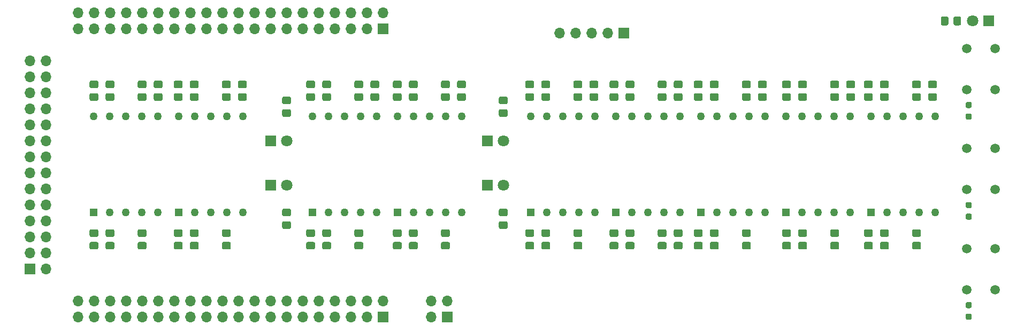
<source format=gbr>
%TF.GenerationSoftware,KiCad,Pcbnew,(5.1.9)-1*%
%TF.CreationDate,2021-02-03T14:21:07-06:00*%
%TF.ProjectId,GPS_Clock_Ver2,4750535f-436c-46f6-936b-5f566572322e,rev?*%
%TF.SameCoordinates,Original*%
%TF.FileFunction,Soldermask,Top*%
%TF.FilePolarity,Negative*%
%FSLAX46Y46*%
G04 Gerber Fmt 4.6, Leading zero omitted, Abs format (unit mm)*
G04 Created by KiCad (PCBNEW (5.1.9)-1) date 2021-02-03 14:21:07*
%MOMM*%
%LPD*%
G01*
G04 APERTURE LIST*
%ADD10R,1.700000X1.700000*%
%ADD11O,1.700000X1.700000*%
%ADD12C,1.275000*%
%ADD13R,1.275000X1.275000*%
%ADD14C,1.800000*%
%ADD15R,1.800000X1.800000*%
%ADD16C,1.500000*%
G04 APERTURE END LIST*
D10*
%TO.C,J3*%
X110490000Y-92710000D03*
D11*
X113030000Y-92710000D03*
X110490000Y-90170000D03*
X113030000Y-90170000D03*
X110490000Y-87630000D03*
X113030000Y-87630000D03*
X110490000Y-85090000D03*
X113030000Y-85090000D03*
X110490000Y-82550000D03*
X113030000Y-82550000D03*
X110490000Y-80010000D03*
X113030000Y-80010000D03*
X110490000Y-77470000D03*
X113030000Y-77470000D03*
X110490000Y-74930000D03*
X113030000Y-74930000D03*
X110490000Y-72390000D03*
X113030000Y-72390000D03*
X110490000Y-69850000D03*
X113030000Y-69850000D03*
X110490000Y-67310000D03*
X113030000Y-67310000D03*
X110490000Y-64770000D03*
X113030000Y-64770000D03*
X110490000Y-62230000D03*
X113030000Y-62230000D03*
X110490000Y-59690000D03*
X113030000Y-59690000D03*
%TD*%
D12*
%TO.C,DS1*%
X120606001Y-68463001D03*
X123146001Y-68463001D03*
X125686001Y-68463001D03*
X128226001Y-68463001D03*
X130766001Y-68463001D03*
X130766001Y-83703001D03*
X128226001Y-83703001D03*
X125686001Y-83703001D03*
X123146001Y-83703001D03*
D13*
X120606001Y-83703001D03*
%TD*%
%TO.C,DS2*%
X134071001Y-83703001D03*
D12*
X136611001Y-83703001D03*
X139151001Y-83703001D03*
X141691001Y-83703001D03*
X144231001Y-83703001D03*
X144231001Y-68463001D03*
X141691001Y-68463001D03*
X139151001Y-68463001D03*
X136611001Y-68463001D03*
X134071001Y-68463001D03*
%TD*%
%TO.C,DS3*%
X155194000Y-68453000D03*
X157734000Y-68453000D03*
X160274000Y-68453000D03*
X162814000Y-68453000D03*
X165354000Y-68453000D03*
X165354000Y-83693000D03*
X162814000Y-83693000D03*
X160274000Y-83693000D03*
X157734000Y-83693000D03*
D13*
X155194000Y-83693000D03*
%TD*%
%TO.C,DS4*%
X168656000Y-83693000D03*
D12*
X171196000Y-83693000D03*
X173736000Y-83693000D03*
X176276000Y-83693000D03*
X178816000Y-83693000D03*
X178816000Y-68453000D03*
X176276000Y-68453000D03*
X173736000Y-68453000D03*
X171196000Y-68453000D03*
X168656000Y-68453000D03*
%TD*%
%TO.C,DS5*%
X189738000Y-68453000D03*
X192278000Y-68453000D03*
X194818000Y-68453000D03*
X197358000Y-68453000D03*
X199898000Y-68453000D03*
X199898000Y-83693000D03*
X197358000Y-83693000D03*
X194818000Y-83693000D03*
X192278000Y-83693000D03*
D13*
X189738000Y-83693000D03*
%TD*%
%TO.C,DS6*%
X203200000Y-83693000D03*
D12*
X205740000Y-83693000D03*
X208280000Y-83693000D03*
X210820000Y-83693000D03*
X213360000Y-83693000D03*
X213360000Y-68453000D03*
X210820000Y-68453000D03*
X208280000Y-68453000D03*
X205740000Y-68453000D03*
X203200000Y-68453000D03*
%TD*%
%TO.C,DS7*%
X216662000Y-68453000D03*
X219202000Y-68453000D03*
X221742000Y-68453000D03*
X224282000Y-68453000D03*
X226822000Y-68453000D03*
X226822000Y-83693000D03*
X224282000Y-83693000D03*
X221742000Y-83693000D03*
X219202000Y-83693000D03*
D13*
X216662000Y-83693000D03*
%TD*%
%TO.C,DS8*%
X230124000Y-83693000D03*
D12*
X232664000Y-83693000D03*
X235204000Y-83693000D03*
X237744000Y-83693000D03*
X240284000Y-83693000D03*
X240284000Y-68453000D03*
X237744000Y-68453000D03*
X235204000Y-68453000D03*
X232664000Y-68453000D03*
X230124000Y-68453000D03*
%TD*%
%TO.C,DS9*%
X243586000Y-68453000D03*
X246126000Y-68453000D03*
X248666000Y-68453000D03*
X251206000Y-68453000D03*
X253746000Y-68453000D03*
X253746000Y-83693000D03*
X251206000Y-83693000D03*
X248666000Y-83693000D03*
X246126000Y-83693000D03*
D13*
X243586000Y-83693000D03*
%TD*%
D10*
%TO.C,J1*%
X176530000Y-100330000D03*
D11*
X176530000Y-97790000D03*
X173990000Y-100330000D03*
X173990000Y-97790000D03*
%TD*%
D10*
%TO.C,J2*%
X166370000Y-54610000D03*
D11*
X166370000Y-52070000D03*
X163830000Y-54610000D03*
X163830000Y-52070000D03*
X161290000Y-54610000D03*
X161290000Y-52070000D03*
X158750000Y-54610000D03*
X158750000Y-52070000D03*
X156210000Y-54610000D03*
X156210000Y-52070000D03*
X153670000Y-54610000D03*
X153670000Y-52070000D03*
X151130000Y-54610000D03*
X151130000Y-52070000D03*
X148590000Y-54610000D03*
X148590000Y-52070000D03*
X146050000Y-54610000D03*
X146050000Y-52070000D03*
X143510000Y-54610000D03*
X143510000Y-52070000D03*
X140970000Y-54610000D03*
X140970000Y-52070000D03*
X138430000Y-54610000D03*
X138430000Y-52070000D03*
X135890000Y-54610000D03*
X135890000Y-52070000D03*
X133350000Y-54610000D03*
X133350000Y-52070000D03*
X130810000Y-54610000D03*
X130810000Y-52070000D03*
X128270000Y-54610000D03*
X128270000Y-52070000D03*
X125730000Y-54610000D03*
X125730000Y-52070000D03*
X123190000Y-54610000D03*
X123190000Y-52070000D03*
X120650000Y-54610000D03*
X120650000Y-52070000D03*
X118110000Y-54610000D03*
X118110000Y-52070000D03*
%TD*%
%TO.C,J4*%
X118110000Y-97790000D03*
X118110000Y-100330000D03*
X120650000Y-97790000D03*
X120650000Y-100330000D03*
X123190000Y-97790000D03*
X123190000Y-100330000D03*
X125730000Y-97790000D03*
X125730000Y-100330000D03*
X128270000Y-97790000D03*
X128270000Y-100330000D03*
X130810000Y-97790000D03*
X130810000Y-100330000D03*
X133350000Y-97790000D03*
X133350000Y-100330000D03*
X135890000Y-97790000D03*
X135890000Y-100330000D03*
X138430000Y-97790000D03*
X138430000Y-100330000D03*
X140970000Y-97790000D03*
X140970000Y-100330000D03*
X143510000Y-97790000D03*
X143510000Y-100330000D03*
X146050000Y-97790000D03*
X146050000Y-100330000D03*
X148590000Y-97790000D03*
X148590000Y-100330000D03*
X151130000Y-97790000D03*
X151130000Y-100330000D03*
X153670000Y-97790000D03*
X153670000Y-100330000D03*
X156210000Y-97790000D03*
X156210000Y-100330000D03*
X158750000Y-97790000D03*
X158750000Y-100330000D03*
X161290000Y-97790000D03*
X161290000Y-100330000D03*
X163830000Y-97790000D03*
X163830000Y-100330000D03*
X166370000Y-97790000D03*
D10*
X166370000Y-100330000D03*
%TD*%
D14*
%TO.C,D1*%
X151130000Y-72390000D03*
D15*
X148590000Y-72390000D03*
%TD*%
%TO.C,D2*%
X148590000Y-79375000D03*
D14*
X151130000Y-79375000D03*
%TD*%
%TO.C,D3*%
X185420000Y-72390000D03*
D15*
X182880000Y-72390000D03*
%TD*%
%TO.C,D4*%
X182880000Y-79375000D03*
D14*
X185420000Y-79375000D03*
%TD*%
%TO.C,R1*%
G36*
G01*
X120199999Y-64805000D02*
X121100001Y-64805000D01*
G75*
G02*
X121350000Y-65054999I0J-249999D01*
G01*
X121350000Y-65755001D01*
G75*
G02*
X121100001Y-66005000I-249999J0D01*
G01*
X120199999Y-66005000D01*
G75*
G02*
X119950000Y-65755001I0J249999D01*
G01*
X119950000Y-65054999D01*
G75*
G02*
X120199999Y-64805000I249999J0D01*
G01*
G37*
G36*
G01*
X120199999Y-62805000D02*
X121100001Y-62805000D01*
G75*
G02*
X121350000Y-63054999I0J-249999D01*
G01*
X121350000Y-63755001D01*
G75*
G02*
X121100001Y-64005000I-249999J0D01*
G01*
X120199999Y-64005000D01*
G75*
G02*
X119950000Y-63755001I0J249999D01*
G01*
X119950000Y-63054999D01*
G75*
G02*
X120199999Y-62805000I249999J0D01*
G01*
G37*
%TD*%
%TO.C,R2*%
G36*
G01*
X120199999Y-86395000D02*
X121100001Y-86395000D01*
G75*
G02*
X121350000Y-86644999I0J-249999D01*
G01*
X121350000Y-87345001D01*
G75*
G02*
X121100001Y-87595000I-249999J0D01*
G01*
X120199999Y-87595000D01*
G75*
G02*
X119950000Y-87345001I0J249999D01*
G01*
X119950000Y-86644999D01*
G75*
G02*
X120199999Y-86395000I249999J0D01*
G01*
G37*
G36*
G01*
X120199999Y-88395000D02*
X121100001Y-88395000D01*
G75*
G02*
X121350000Y-88644999I0J-249999D01*
G01*
X121350000Y-89345001D01*
G75*
G02*
X121100001Y-89595000I-249999J0D01*
G01*
X120199999Y-89595000D01*
G75*
G02*
X119950000Y-89345001I0J249999D01*
G01*
X119950000Y-88644999D01*
G75*
G02*
X120199999Y-88395000I249999J0D01*
G01*
G37*
%TD*%
%TO.C,R3*%
G36*
G01*
X122739999Y-62805000D02*
X123640001Y-62805000D01*
G75*
G02*
X123890000Y-63054999I0J-249999D01*
G01*
X123890000Y-63755001D01*
G75*
G02*
X123640001Y-64005000I-249999J0D01*
G01*
X122739999Y-64005000D01*
G75*
G02*
X122490000Y-63755001I0J249999D01*
G01*
X122490000Y-63054999D01*
G75*
G02*
X122739999Y-62805000I249999J0D01*
G01*
G37*
G36*
G01*
X122739999Y-64805000D02*
X123640001Y-64805000D01*
G75*
G02*
X123890000Y-65054999I0J-249999D01*
G01*
X123890000Y-65755001D01*
G75*
G02*
X123640001Y-66005000I-249999J0D01*
G01*
X122739999Y-66005000D01*
G75*
G02*
X122490000Y-65755001I0J249999D01*
G01*
X122490000Y-65054999D01*
G75*
G02*
X122739999Y-64805000I249999J0D01*
G01*
G37*
%TD*%
%TO.C,R4*%
G36*
G01*
X122739999Y-88395000D02*
X123640001Y-88395000D01*
G75*
G02*
X123890000Y-88644999I0J-249999D01*
G01*
X123890000Y-89345001D01*
G75*
G02*
X123640001Y-89595000I-249999J0D01*
G01*
X122739999Y-89595000D01*
G75*
G02*
X122490000Y-89345001I0J249999D01*
G01*
X122490000Y-88644999D01*
G75*
G02*
X122739999Y-88395000I249999J0D01*
G01*
G37*
G36*
G01*
X122739999Y-86395000D02*
X123640001Y-86395000D01*
G75*
G02*
X123890000Y-86644999I0J-249999D01*
G01*
X123890000Y-87345001D01*
G75*
G02*
X123640001Y-87595000I-249999J0D01*
G01*
X122739999Y-87595000D01*
G75*
G02*
X122490000Y-87345001I0J249999D01*
G01*
X122490000Y-86644999D01*
G75*
G02*
X122739999Y-86395000I249999J0D01*
G01*
G37*
%TD*%
%TO.C,R5*%
G36*
G01*
X127819999Y-64805000D02*
X128720001Y-64805000D01*
G75*
G02*
X128970000Y-65054999I0J-249999D01*
G01*
X128970000Y-65755001D01*
G75*
G02*
X128720001Y-66005000I-249999J0D01*
G01*
X127819999Y-66005000D01*
G75*
G02*
X127570000Y-65755001I0J249999D01*
G01*
X127570000Y-65054999D01*
G75*
G02*
X127819999Y-64805000I249999J0D01*
G01*
G37*
G36*
G01*
X127819999Y-62805000D02*
X128720001Y-62805000D01*
G75*
G02*
X128970000Y-63054999I0J-249999D01*
G01*
X128970000Y-63755001D01*
G75*
G02*
X128720001Y-64005000I-249999J0D01*
G01*
X127819999Y-64005000D01*
G75*
G02*
X127570000Y-63755001I0J249999D01*
G01*
X127570000Y-63054999D01*
G75*
G02*
X127819999Y-62805000I249999J0D01*
G01*
G37*
%TD*%
%TO.C,R6*%
G36*
G01*
X127819999Y-86395000D02*
X128720001Y-86395000D01*
G75*
G02*
X128970000Y-86644999I0J-249999D01*
G01*
X128970000Y-87345001D01*
G75*
G02*
X128720001Y-87595000I-249999J0D01*
G01*
X127819999Y-87595000D01*
G75*
G02*
X127570000Y-87345001I0J249999D01*
G01*
X127570000Y-86644999D01*
G75*
G02*
X127819999Y-86395000I249999J0D01*
G01*
G37*
G36*
G01*
X127819999Y-88395000D02*
X128720001Y-88395000D01*
G75*
G02*
X128970000Y-88644999I0J-249999D01*
G01*
X128970000Y-89345001D01*
G75*
G02*
X128720001Y-89595000I-249999J0D01*
G01*
X127819999Y-89595000D01*
G75*
G02*
X127570000Y-89345001I0J249999D01*
G01*
X127570000Y-88644999D01*
G75*
G02*
X127819999Y-88395000I249999J0D01*
G01*
G37*
%TD*%
%TO.C,R7*%
G36*
G01*
X130359999Y-62805000D02*
X131260001Y-62805000D01*
G75*
G02*
X131510000Y-63054999I0J-249999D01*
G01*
X131510000Y-63755001D01*
G75*
G02*
X131260001Y-64005000I-249999J0D01*
G01*
X130359999Y-64005000D01*
G75*
G02*
X130110000Y-63755001I0J249999D01*
G01*
X130110000Y-63054999D01*
G75*
G02*
X130359999Y-62805000I249999J0D01*
G01*
G37*
G36*
G01*
X130359999Y-64805000D02*
X131260001Y-64805000D01*
G75*
G02*
X131510000Y-65054999I0J-249999D01*
G01*
X131510000Y-65755001D01*
G75*
G02*
X131260001Y-66005000I-249999J0D01*
G01*
X130359999Y-66005000D01*
G75*
G02*
X130110000Y-65755001I0J249999D01*
G01*
X130110000Y-65054999D01*
G75*
G02*
X130359999Y-64805000I249999J0D01*
G01*
G37*
%TD*%
%TO.C,R8*%
G36*
G01*
X133534999Y-64805000D02*
X134435001Y-64805000D01*
G75*
G02*
X134685000Y-65054999I0J-249999D01*
G01*
X134685000Y-65755001D01*
G75*
G02*
X134435001Y-66005000I-249999J0D01*
G01*
X133534999Y-66005000D01*
G75*
G02*
X133285000Y-65755001I0J249999D01*
G01*
X133285000Y-65054999D01*
G75*
G02*
X133534999Y-64805000I249999J0D01*
G01*
G37*
G36*
G01*
X133534999Y-62805000D02*
X134435001Y-62805000D01*
G75*
G02*
X134685000Y-63054999I0J-249999D01*
G01*
X134685000Y-63755001D01*
G75*
G02*
X134435001Y-64005000I-249999J0D01*
G01*
X133534999Y-64005000D01*
G75*
G02*
X133285000Y-63755001I0J249999D01*
G01*
X133285000Y-63054999D01*
G75*
G02*
X133534999Y-62805000I249999J0D01*
G01*
G37*
%TD*%
%TO.C,R9*%
G36*
G01*
X133534999Y-88395000D02*
X134435001Y-88395000D01*
G75*
G02*
X134685000Y-88644999I0J-249999D01*
G01*
X134685000Y-89345001D01*
G75*
G02*
X134435001Y-89595000I-249999J0D01*
G01*
X133534999Y-89595000D01*
G75*
G02*
X133285000Y-89345001I0J249999D01*
G01*
X133285000Y-88644999D01*
G75*
G02*
X133534999Y-88395000I249999J0D01*
G01*
G37*
G36*
G01*
X133534999Y-86395000D02*
X134435001Y-86395000D01*
G75*
G02*
X134685000Y-86644999I0J-249999D01*
G01*
X134685000Y-87345001D01*
G75*
G02*
X134435001Y-87595000I-249999J0D01*
G01*
X133534999Y-87595000D01*
G75*
G02*
X133285000Y-87345001I0J249999D01*
G01*
X133285000Y-86644999D01*
G75*
G02*
X133534999Y-86395000I249999J0D01*
G01*
G37*
%TD*%
%TO.C,R10*%
G36*
G01*
X136074999Y-62805000D02*
X136975001Y-62805000D01*
G75*
G02*
X137225000Y-63054999I0J-249999D01*
G01*
X137225000Y-63755001D01*
G75*
G02*
X136975001Y-64005000I-249999J0D01*
G01*
X136074999Y-64005000D01*
G75*
G02*
X135825000Y-63755001I0J249999D01*
G01*
X135825000Y-63054999D01*
G75*
G02*
X136074999Y-62805000I249999J0D01*
G01*
G37*
G36*
G01*
X136074999Y-64805000D02*
X136975001Y-64805000D01*
G75*
G02*
X137225000Y-65054999I0J-249999D01*
G01*
X137225000Y-65755001D01*
G75*
G02*
X136975001Y-66005000I-249999J0D01*
G01*
X136074999Y-66005000D01*
G75*
G02*
X135825000Y-65755001I0J249999D01*
G01*
X135825000Y-65054999D01*
G75*
G02*
X136074999Y-64805000I249999J0D01*
G01*
G37*
%TD*%
%TO.C,R11*%
G36*
G01*
X136074999Y-86395000D02*
X136975001Y-86395000D01*
G75*
G02*
X137225000Y-86644999I0J-249999D01*
G01*
X137225000Y-87345001D01*
G75*
G02*
X136975001Y-87595000I-249999J0D01*
G01*
X136074999Y-87595000D01*
G75*
G02*
X135825000Y-87345001I0J249999D01*
G01*
X135825000Y-86644999D01*
G75*
G02*
X136074999Y-86395000I249999J0D01*
G01*
G37*
G36*
G01*
X136074999Y-88395000D02*
X136975001Y-88395000D01*
G75*
G02*
X137225000Y-88644999I0J-249999D01*
G01*
X137225000Y-89345001D01*
G75*
G02*
X136975001Y-89595000I-249999J0D01*
G01*
X136074999Y-89595000D01*
G75*
G02*
X135825000Y-89345001I0J249999D01*
G01*
X135825000Y-88644999D01*
G75*
G02*
X136074999Y-88395000I249999J0D01*
G01*
G37*
%TD*%
%TO.C,R12*%
G36*
G01*
X141154999Y-62805000D02*
X142055001Y-62805000D01*
G75*
G02*
X142305000Y-63054999I0J-249999D01*
G01*
X142305000Y-63755001D01*
G75*
G02*
X142055001Y-64005000I-249999J0D01*
G01*
X141154999Y-64005000D01*
G75*
G02*
X140905000Y-63755001I0J249999D01*
G01*
X140905000Y-63054999D01*
G75*
G02*
X141154999Y-62805000I249999J0D01*
G01*
G37*
G36*
G01*
X141154999Y-64805000D02*
X142055001Y-64805000D01*
G75*
G02*
X142305000Y-65054999I0J-249999D01*
G01*
X142305000Y-65755001D01*
G75*
G02*
X142055001Y-66005000I-249999J0D01*
G01*
X141154999Y-66005000D01*
G75*
G02*
X140905000Y-65755001I0J249999D01*
G01*
X140905000Y-65054999D01*
G75*
G02*
X141154999Y-64805000I249999J0D01*
G01*
G37*
%TD*%
%TO.C,R13*%
G36*
G01*
X141154999Y-88395000D02*
X142055001Y-88395000D01*
G75*
G02*
X142305000Y-88644999I0J-249999D01*
G01*
X142305000Y-89345001D01*
G75*
G02*
X142055001Y-89595000I-249999J0D01*
G01*
X141154999Y-89595000D01*
G75*
G02*
X140905000Y-89345001I0J249999D01*
G01*
X140905000Y-88644999D01*
G75*
G02*
X141154999Y-88395000I249999J0D01*
G01*
G37*
G36*
G01*
X141154999Y-86395000D02*
X142055001Y-86395000D01*
G75*
G02*
X142305000Y-86644999I0J-249999D01*
G01*
X142305000Y-87345001D01*
G75*
G02*
X142055001Y-87595000I-249999J0D01*
G01*
X141154999Y-87595000D01*
G75*
G02*
X140905000Y-87345001I0J249999D01*
G01*
X140905000Y-86644999D01*
G75*
G02*
X141154999Y-86395000I249999J0D01*
G01*
G37*
%TD*%
%TO.C,R14*%
G36*
G01*
X143694999Y-64805000D02*
X144595001Y-64805000D01*
G75*
G02*
X144845000Y-65054999I0J-249999D01*
G01*
X144845000Y-65755001D01*
G75*
G02*
X144595001Y-66005000I-249999J0D01*
G01*
X143694999Y-66005000D01*
G75*
G02*
X143445000Y-65755001I0J249999D01*
G01*
X143445000Y-65054999D01*
G75*
G02*
X143694999Y-64805000I249999J0D01*
G01*
G37*
G36*
G01*
X143694999Y-62805000D02*
X144595001Y-62805000D01*
G75*
G02*
X144845000Y-63054999I0J-249999D01*
G01*
X144845000Y-63755001D01*
G75*
G02*
X144595001Y-64005000I-249999J0D01*
G01*
X143694999Y-64005000D01*
G75*
G02*
X143445000Y-63755001I0J249999D01*
G01*
X143445000Y-63054999D01*
G75*
G02*
X143694999Y-62805000I249999J0D01*
G01*
G37*
%TD*%
%TO.C,R15*%
G36*
G01*
X150679999Y-65345000D02*
X151580001Y-65345000D01*
G75*
G02*
X151830000Y-65594999I0J-249999D01*
G01*
X151830000Y-66295001D01*
G75*
G02*
X151580001Y-66545000I-249999J0D01*
G01*
X150679999Y-66545000D01*
G75*
G02*
X150430000Y-66295001I0J249999D01*
G01*
X150430000Y-65594999D01*
G75*
G02*
X150679999Y-65345000I249999J0D01*
G01*
G37*
G36*
G01*
X150679999Y-67345000D02*
X151580001Y-67345000D01*
G75*
G02*
X151830000Y-67594999I0J-249999D01*
G01*
X151830000Y-68295001D01*
G75*
G02*
X151580001Y-68545000I-249999J0D01*
G01*
X150679999Y-68545000D01*
G75*
G02*
X150430000Y-68295001I0J249999D01*
G01*
X150430000Y-67594999D01*
G75*
G02*
X150679999Y-67345000I249999J0D01*
G01*
G37*
%TD*%
%TO.C,R16*%
G36*
G01*
X151580001Y-84325000D02*
X150679999Y-84325000D01*
G75*
G02*
X150430000Y-84075001I0J249999D01*
G01*
X150430000Y-83374999D01*
G75*
G02*
X150679999Y-83125000I249999J0D01*
G01*
X151580001Y-83125000D01*
G75*
G02*
X151830000Y-83374999I0J-249999D01*
G01*
X151830000Y-84075001D01*
G75*
G02*
X151580001Y-84325000I-249999J0D01*
G01*
G37*
G36*
G01*
X151580001Y-86325000D02*
X150679999Y-86325000D01*
G75*
G02*
X150430000Y-86075001I0J249999D01*
G01*
X150430000Y-85374999D01*
G75*
G02*
X150679999Y-85125000I249999J0D01*
G01*
X151580001Y-85125000D01*
G75*
G02*
X151830000Y-85374999I0J-249999D01*
G01*
X151830000Y-86075001D01*
G75*
G02*
X151580001Y-86325000I-249999J0D01*
G01*
G37*
%TD*%
%TO.C,R17*%
G36*
G01*
X154489999Y-64805000D02*
X155390001Y-64805000D01*
G75*
G02*
X155640000Y-65054999I0J-249999D01*
G01*
X155640000Y-65755001D01*
G75*
G02*
X155390001Y-66005000I-249999J0D01*
G01*
X154489999Y-66005000D01*
G75*
G02*
X154240000Y-65755001I0J249999D01*
G01*
X154240000Y-65054999D01*
G75*
G02*
X154489999Y-64805000I249999J0D01*
G01*
G37*
G36*
G01*
X154489999Y-62805000D02*
X155390001Y-62805000D01*
G75*
G02*
X155640000Y-63054999I0J-249999D01*
G01*
X155640000Y-63755001D01*
G75*
G02*
X155390001Y-64005000I-249999J0D01*
G01*
X154489999Y-64005000D01*
G75*
G02*
X154240000Y-63755001I0J249999D01*
G01*
X154240000Y-63054999D01*
G75*
G02*
X154489999Y-62805000I249999J0D01*
G01*
G37*
%TD*%
%TO.C,R18*%
G36*
G01*
X154489999Y-86395000D02*
X155390001Y-86395000D01*
G75*
G02*
X155640000Y-86644999I0J-249999D01*
G01*
X155640000Y-87345001D01*
G75*
G02*
X155390001Y-87595000I-249999J0D01*
G01*
X154489999Y-87595000D01*
G75*
G02*
X154240000Y-87345001I0J249999D01*
G01*
X154240000Y-86644999D01*
G75*
G02*
X154489999Y-86395000I249999J0D01*
G01*
G37*
G36*
G01*
X154489999Y-88395000D02*
X155390001Y-88395000D01*
G75*
G02*
X155640000Y-88644999I0J-249999D01*
G01*
X155640000Y-89345001D01*
G75*
G02*
X155390001Y-89595000I-249999J0D01*
G01*
X154489999Y-89595000D01*
G75*
G02*
X154240000Y-89345001I0J249999D01*
G01*
X154240000Y-88644999D01*
G75*
G02*
X154489999Y-88395000I249999J0D01*
G01*
G37*
%TD*%
%TO.C,R19*%
G36*
G01*
X157029999Y-62805000D02*
X157930001Y-62805000D01*
G75*
G02*
X158180000Y-63054999I0J-249999D01*
G01*
X158180000Y-63755001D01*
G75*
G02*
X157930001Y-64005000I-249999J0D01*
G01*
X157029999Y-64005000D01*
G75*
G02*
X156780000Y-63755001I0J249999D01*
G01*
X156780000Y-63054999D01*
G75*
G02*
X157029999Y-62805000I249999J0D01*
G01*
G37*
G36*
G01*
X157029999Y-64805000D02*
X157930001Y-64805000D01*
G75*
G02*
X158180000Y-65054999I0J-249999D01*
G01*
X158180000Y-65755001D01*
G75*
G02*
X157930001Y-66005000I-249999J0D01*
G01*
X157029999Y-66005000D01*
G75*
G02*
X156780000Y-65755001I0J249999D01*
G01*
X156780000Y-65054999D01*
G75*
G02*
X157029999Y-64805000I249999J0D01*
G01*
G37*
%TD*%
%TO.C,R20*%
G36*
G01*
X157029999Y-88395000D02*
X157930001Y-88395000D01*
G75*
G02*
X158180000Y-88644999I0J-249999D01*
G01*
X158180000Y-89345001D01*
G75*
G02*
X157930001Y-89595000I-249999J0D01*
G01*
X157029999Y-89595000D01*
G75*
G02*
X156780000Y-89345001I0J249999D01*
G01*
X156780000Y-88644999D01*
G75*
G02*
X157029999Y-88395000I249999J0D01*
G01*
G37*
G36*
G01*
X157029999Y-86395000D02*
X157930001Y-86395000D01*
G75*
G02*
X158180000Y-86644999I0J-249999D01*
G01*
X158180000Y-87345001D01*
G75*
G02*
X157930001Y-87595000I-249999J0D01*
G01*
X157029999Y-87595000D01*
G75*
G02*
X156780000Y-87345001I0J249999D01*
G01*
X156780000Y-86644999D01*
G75*
G02*
X157029999Y-86395000I249999J0D01*
G01*
G37*
%TD*%
%TO.C,R21*%
G36*
G01*
X162109999Y-64805000D02*
X163010001Y-64805000D01*
G75*
G02*
X163260000Y-65054999I0J-249999D01*
G01*
X163260000Y-65755001D01*
G75*
G02*
X163010001Y-66005000I-249999J0D01*
G01*
X162109999Y-66005000D01*
G75*
G02*
X161860000Y-65755001I0J249999D01*
G01*
X161860000Y-65054999D01*
G75*
G02*
X162109999Y-64805000I249999J0D01*
G01*
G37*
G36*
G01*
X162109999Y-62805000D02*
X163010001Y-62805000D01*
G75*
G02*
X163260000Y-63054999I0J-249999D01*
G01*
X163260000Y-63755001D01*
G75*
G02*
X163010001Y-64005000I-249999J0D01*
G01*
X162109999Y-64005000D01*
G75*
G02*
X161860000Y-63755001I0J249999D01*
G01*
X161860000Y-63054999D01*
G75*
G02*
X162109999Y-62805000I249999J0D01*
G01*
G37*
%TD*%
%TO.C,R22*%
G36*
G01*
X162109999Y-86395000D02*
X163010001Y-86395000D01*
G75*
G02*
X163260000Y-86644999I0J-249999D01*
G01*
X163260000Y-87345001D01*
G75*
G02*
X163010001Y-87595000I-249999J0D01*
G01*
X162109999Y-87595000D01*
G75*
G02*
X161860000Y-87345001I0J249999D01*
G01*
X161860000Y-86644999D01*
G75*
G02*
X162109999Y-86395000I249999J0D01*
G01*
G37*
G36*
G01*
X162109999Y-88395000D02*
X163010001Y-88395000D01*
G75*
G02*
X163260000Y-88644999I0J-249999D01*
G01*
X163260000Y-89345001D01*
G75*
G02*
X163010001Y-89595000I-249999J0D01*
G01*
X162109999Y-89595000D01*
G75*
G02*
X161860000Y-89345001I0J249999D01*
G01*
X161860000Y-88644999D01*
G75*
G02*
X162109999Y-88395000I249999J0D01*
G01*
G37*
%TD*%
%TO.C,R23*%
G36*
G01*
X164649999Y-62805000D02*
X165550001Y-62805000D01*
G75*
G02*
X165800000Y-63054999I0J-249999D01*
G01*
X165800000Y-63755001D01*
G75*
G02*
X165550001Y-64005000I-249999J0D01*
G01*
X164649999Y-64005000D01*
G75*
G02*
X164400000Y-63755001I0J249999D01*
G01*
X164400000Y-63054999D01*
G75*
G02*
X164649999Y-62805000I249999J0D01*
G01*
G37*
G36*
G01*
X164649999Y-64805000D02*
X165550001Y-64805000D01*
G75*
G02*
X165800000Y-65054999I0J-249999D01*
G01*
X165800000Y-65755001D01*
G75*
G02*
X165550001Y-66005000I-249999J0D01*
G01*
X164649999Y-66005000D01*
G75*
G02*
X164400000Y-65755001I0J249999D01*
G01*
X164400000Y-65054999D01*
G75*
G02*
X164649999Y-64805000I249999J0D01*
G01*
G37*
%TD*%
%TO.C,R24*%
G36*
G01*
X168205999Y-64805000D02*
X169106001Y-64805000D01*
G75*
G02*
X169356000Y-65054999I0J-249999D01*
G01*
X169356000Y-65755001D01*
G75*
G02*
X169106001Y-66005000I-249999J0D01*
G01*
X168205999Y-66005000D01*
G75*
G02*
X167956000Y-65755001I0J249999D01*
G01*
X167956000Y-65054999D01*
G75*
G02*
X168205999Y-64805000I249999J0D01*
G01*
G37*
G36*
G01*
X168205999Y-62805000D02*
X169106001Y-62805000D01*
G75*
G02*
X169356000Y-63054999I0J-249999D01*
G01*
X169356000Y-63755001D01*
G75*
G02*
X169106001Y-64005000I-249999J0D01*
G01*
X168205999Y-64005000D01*
G75*
G02*
X167956000Y-63755001I0J249999D01*
G01*
X167956000Y-63054999D01*
G75*
G02*
X168205999Y-62805000I249999J0D01*
G01*
G37*
%TD*%
%TO.C,R25*%
G36*
G01*
X168205999Y-88395000D02*
X169106001Y-88395000D01*
G75*
G02*
X169356000Y-88644999I0J-249999D01*
G01*
X169356000Y-89345001D01*
G75*
G02*
X169106001Y-89595000I-249999J0D01*
G01*
X168205999Y-89595000D01*
G75*
G02*
X167956000Y-89345001I0J249999D01*
G01*
X167956000Y-88644999D01*
G75*
G02*
X168205999Y-88395000I249999J0D01*
G01*
G37*
G36*
G01*
X168205999Y-86395000D02*
X169106001Y-86395000D01*
G75*
G02*
X169356000Y-86644999I0J-249999D01*
G01*
X169356000Y-87345001D01*
G75*
G02*
X169106001Y-87595000I-249999J0D01*
G01*
X168205999Y-87595000D01*
G75*
G02*
X167956000Y-87345001I0J249999D01*
G01*
X167956000Y-86644999D01*
G75*
G02*
X168205999Y-86395000I249999J0D01*
G01*
G37*
%TD*%
%TO.C,R26*%
G36*
G01*
X170745999Y-62805000D02*
X171646001Y-62805000D01*
G75*
G02*
X171896000Y-63054999I0J-249999D01*
G01*
X171896000Y-63755001D01*
G75*
G02*
X171646001Y-64005000I-249999J0D01*
G01*
X170745999Y-64005000D01*
G75*
G02*
X170496000Y-63755001I0J249999D01*
G01*
X170496000Y-63054999D01*
G75*
G02*
X170745999Y-62805000I249999J0D01*
G01*
G37*
G36*
G01*
X170745999Y-64805000D02*
X171646001Y-64805000D01*
G75*
G02*
X171896000Y-65054999I0J-249999D01*
G01*
X171896000Y-65755001D01*
G75*
G02*
X171646001Y-66005000I-249999J0D01*
G01*
X170745999Y-66005000D01*
G75*
G02*
X170496000Y-65755001I0J249999D01*
G01*
X170496000Y-65054999D01*
G75*
G02*
X170745999Y-64805000I249999J0D01*
G01*
G37*
%TD*%
%TO.C,R27*%
G36*
G01*
X170745999Y-86395000D02*
X171646001Y-86395000D01*
G75*
G02*
X171896000Y-86644999I0J-249999D01*
G01*
X171896000Y-87345001D01*
G75*
G02*
X171646001Y-87595000I-249999J0D01*
G01*
X170745999Y-87595000D01*
G75*
G02*
X170496000Y-87345001I0J249999D01*
G01*
X170496000Y-86644999D01*
G75*
G02*
X170745999Y-86395000I249999J0D01*
G01*
G37*
G36*
G01*
X170745999Y-88395000D02*
X171646001Y-88395000D01*
G75*
G02*
X171896000Y-88644999I0J-249999D01*
G01*
X171896000Y-89345001D01*
G75*
G02*
X171646001Y-89595000I-249999J0D01*
G01*
X170745999Y-89595000D01*
G75*
G02*
X170496000Y-89345001I0J249999D01*
G01*
X170496000Y-88644999D01*
G75*
G02*
X170745999Y-88395000I249999J0D01*
G01*
G37*
%TD*%
%TO.C,R28*%
G36*
G01*
X175825999Y-64805000D02*
X176726001Y-64805000D01*
G75*
G02*
X176976000Y-65054999I0J-249999D01*
G01*
X176976000Y-65755001D01*
G75*
G02*
X176726001Y-66005000I-249999J0D01*
G01*
X175825999Y-66005000D01*
G75*
G02*
X175576000Y-65755001I0J249999D01*
G01*
X175576000Y-65054999D01*
G75*
G02*
X175825999Y-64805000I249999J0D01*
G01*
G37*
G36*
G01*
X175825999Y-62805000D02*
X176726001Y-62805000D01*
G75*
G02*
X176976000Y-63054999I0J-249999D01*
G01*
X176976000Y-63755001D01*
G75*
G02*
X176726001Y-64005000I-249999J0D01*
G01*
X175825999Y-64005000D01*
G75*
G02*
X175576000Y-63755001I0J249999D01*
G01*
X175576000Y-63054999D01*
G75*
G02*
X175825999Y-62805000I249999J0D01*
G01*
G37*
%TD*%
%TO.C,R29*%
G36*
G01*
X175825999Y-88395000D02*
X176726001Y-88395000D01*
G75*
G02*
X176976000Y-88644999I0J-249999D01*
G01*
X176976000Y-89345001D01*
G75*
G02*
X176726001Y-89595000I-249999J0D01*
G01*
X175825999Y-89595000D01*
G75*
G02*
X175576000Y-89345001I0J249999D01*
G01*
X175576000Y-88644999D01*
G75*
G02*
X175825999Y-88395000I249999J0D01*
G01*
G37*
G36*
G01*
X175825999Y-86395000D02*
X176726001Y-86395000D01*
G75*
G02*
X176976000Y-86644999I0J-249999D01*
G01*
X176976000Y-87345001D01*
G75*
G02*
X176726001Y-87595000I-249999J0D01*
G01*
X175825999Y-87595000D01*
G75*
G02*
X175576000Y-87345001I0J249999D01*
G01*
X175576000Y-86644999D01*
G75*
G02*
X175825999Y-86395000I249999J0D01*
G01*
G37*
%TD*%
%TO.C,R30*%
G36*
G01*
X178365999Y-64805000D02*
X179266001Y-64805000D01*
G75*
G02*
X179516000Y-65054999I0J-249999D01*
G01*
X179516000Y-65755001D01*
G75*
G02*
X179266001Y-66005000I-249999J0D01*
G01*
X178365999Y-66005000D01*
G75*
G02*
X178116000Y-65755001I0J249999D01*
G01*
X178116000Y-65054999D01*
G75*
G02*
X178365999Y-64805000I249999J0D01*
G01*
G37*
G36*
G01*
X178365999Y-62805000D02*
X179266001Y-62805000D01*
G75*
G02*
X179516000Y-63054999I0J-249999D01*
G01*
X179516000Y-63755001D01*
G75*
G02*
X179266001Y-64005000I-249999J0D01*
G01*
X178365999Y-64005000D01*
G75*
G02*
X178116000Y-63755001I0J249999D01*
G01*
X178116000Y-63054999D01*
G75*
G02*
X178365999Y-62805000I249999J0D01*
G01*
G37*
%TD*%
%TO.C,R31*%
G36*
G01*
X184969999Y-65345000D02*
X185870001Y-65345000D01*
G75*
G02*
X186120000Y-65594999I0J-249999D01*
G01*
X186120000Y-66295001D01*
G75*
G02*
X185870001Y-66545000I-249999J0D01*
G01*
X184969999Y-66545000D01*
G75*
G02*
X184720000Y-66295001I0J249999D01*
G01*
X184720000Y-65594999D01*
G75*
G02*
X184969999Y-65345000I249999J0D01*
G01*
G37*
G36*
G01*
X184969999Y-67345000D02*
X185870001Y-67345000D01*
G75*
G02*
X186120000Y-67594999I0J-249999D01*
G01*
X186120000Y-68295001D01*
G75*
G02*
X185870001Y-68545000I-249999J0D01*
G01*
X184969999Y-68545000D01*
G75*
G02*
X184720000Y-68295001I0J249999D01*
G01*
X184720000Y-67594999D01*
G75*
G02*
X184969999Y-67345000I249999J0D01*
G01*
G37*
%TD*%
%TO.C,R32*%
G36*
G01*
X185870001Y-84325000D02*
X184969999Y-84325000D01*
G75*
G02*
X184720000Y-84075001I0J249999D01*
G01*
X184720000Y-83374999D01*
G75*
G02*
X184969999Y-83125000I249999J0D01*
G01*
X185870001Y-83125000D01*
G75*
G02*
X186120000Y-83374999I0J-249999D01*
G01*
X186120000Y-84075001D01*
G75*
G02*
X185870001Y-84325000I-249999J0D01*
G01*
G37*
G36*
G01*
X185870001Y-86325000D02*
X184969999Y-86325000D01*
G75*
G02*
X184720000Y-86075001I0J249999D01*
G01*
X184720000Y-85374999D01*
G75*
G02*
X184969999Y-85125000I249999J0D01*
G01*
X185870001Y-85125000D01*
G75*
G02*
X186120000Y-85374999I0J-249999D01*
G01*
X186120000Y-86075001D01*
G75*
G02*
X185870001Y-86325000I-249999J0D01*
G01*
G37*
%TD*%
%TO.C,R33*%
G36*
G01*
X189160999Y-64805000D02*
X190061001Y-64805000D01*
G75*
G02*
X190311000Y-65054999I0J-249999D01*
G01*
X190311000Y-65755001D01*
G75*
G02*
X190061001Y-66005000I-249999J0D01*
G01*
X189160999Y-66005000D01*
G75*
G02*
X188911000Y-65755001I0J249999D01*
G01*
X188911000Y-65054999D01*
G75*
G02*
X189160999Y-64805000I249999J0D01*
G01*
G37*
G36*
G01*
X189160999Y-62805000D02*
X190061001Y-62805000D01*
G75*
G02*
X190311000Y-63054999I0J-249999D01*
G01*
X190311000Y-63755001D01*
G75*
G02*
X190061001Y-64005000I-249999J0D01*
G01*
X189160999Y-64005000D01*
G75*
G02*
X188911000Y-63755001I0J249999D01*
G01*
X188911000Y-63054999D01*
G75*
G02*
X189160999Y-62805000I249999J0D01*
G01*
G37*
%TD*%
%TO.C,R34*%
G36*
G01*
X189160999Y-86395000D02*
X190061001Y-86395000D01*
G75*
G02*
X190311000Y-86644999I0J-249999D01*
G01*
X190311000Y-87345001D01*
G75*
G02*
X190061001Y-87595000I-249999J0D01*
G01*
X189160999Y-87595000D01*
G75*
G02*
X188911000Y-87345001I0J249999D01*
G01*
X188911000Y-86644999D01*
G75*
G02*
X189160999Y-86395000I249999J0D01*
G01*
G37*
G36*
G01*
X189160999Y-88395000D02*
X190061001Y-88395000D01*
G75*
G02*
X190311000Y-88644999I0J-249999D01*
G01*
X190311000Y-89345001D01*
G75*
G02*
X190061001Y-89595000I-249999J0D01*
G01*
X189160999Y-89595000D01*
G75*
G02*
X188911000Y-89345001I0J249999D01*
G01*
X188911000Y-88644999D01*
G75*
G02*
X189160999Y-88395000I249999J0D01*
G01*
G37*
%TD*%
%TO.C,R35*%
G36*
G01*
X191700999Y-62805000D02*
X192601001Y-62805000D01*
G75*
G02*
X192851000Y-63054999I0J-249999D01*
G01*
X192851000Y-63755001D01*
G75*
G02*
X192601001Y-64005000I-249999J0D01*
G01*
X191700999Y-64005000D01*
G75*
G02*
X191451000Y-63755001I0J249999D01*
G01*
X191451000Y-63054999D01*
G75*
G02*
X191700999Y-62805000I249999J0D01*
G01*
G37*
G36*
G01*
X191700999Y-64805000D02*
X192601001Y-64805000D01*
G75*
G02*
X192851000Y-65054999I0J-249999D01*
G01*
X192851000Y-65755001D01*
G75*
G02*
X192601001Y-66005000I-249999J0D01*
G01*
X191700999Y-66005000D01*
G75*
G02*
X191451000Y-65755001I0J249999D01*
G01*
X191451000Y-65054999D01*
G75*
G02*
X191700999Y-64805000I249999J0D01*
G01*
G37*
%TD*%
%TO.C,R36*%
G36*
G01*
X191700999Y-88395000D02*
X192601001Y-88395000D01*
G75*
G02*
X192851000Y-88644999I0J-249999D01*
G01*
X192851000Y-89345001D01*
G75*
G02*
X192601001Y-89595000I-249999J0D01*
G01*
X191700999Y-89595000D01*
G75*
G02*
X191451000Y-89345001I0J249999D01*
G01*
X191451000Y-88644999D01*
G75*
G02*
X191700999Y-88395000I249999J0D01*
G01*
G37*
G36*
G01*
X191700999Y-86395000D02*
X192601001Y-86395000D01*
G75*
G02*
X192851000Y-86644999I0J-249999D01*
G01*
X192851000Y-87345001D01*
G75*
G02*
X192601001Y-87595000I-249999J0D01*
G01*
X191700999Y-87595000D01*
G75*
G02*
X191451000Y-87345001I0J249999D01*
G01*
X191451000Y-86644999D01*
G75*
G02*
X191700999Y-86395000I249999J0D01*
G01*
G37*
%TD*%
%TO.C,R37*%
G36*
G01*
X196780999Y-64805000D02*
X197681001Y-64805000D01*
G75*
G02*
X197931000Y-65054999I0J-249999D01*
G01*
X197931000Y-65755001D01*
G75*
G02*
X197681001Y-66005000I-249999J0D01*
G01*
X196780999Y-66005000D01*
G75*
G02*
X196531000Y-65755001I0J249999D01*
G01*
X196531000Y-65054999D01*
G75*
G02*
X196780999Y-64805000I249999J0D01*
G01*
G37*
G36*
G01*
X196780999Y-62805000D02*
X197681001Y-62805000D01*
G75*
G02*
X197931000Y-63054999I0J-249999D01*
G01*
X197931000Y-63755001D01*
G75*
G02*
X197681001Y-64005000I-249999J0D01*
G01*
X196780999Y-64005000D01*
G75*
G02*
X196531000Y-63755001I0J249999D01*
G01*
X196531000Y-63054999D01*
G75*
G02*
X196780999Y-62805000I249999J0D01*
G01*
G37*
%TD*%
%TO.C,R38*%
G36*
G01*
X196780999Y-86395000D02*
X197681001Y-86395000D01*
G75*
G02*
X197931000Y-86644999I0J-249999D01*
G01*
X197931000Y-87345001D01*
G75*
G02*
X197681001Y-87595000I-249999J0D01*
G01*
X196780999Y-87595000D01*
G75*
G02*
X196531000Y-87345001I0J249999D01*
G01*
X196531000Y-86644999D01*
G75*
G02*
X196780999Y-86395000I249999J0D01*
G01*
G37*
G36*
G01*
X196780999Y-88395000D02*
X197681001Y-88395000D01*
G75*
G02*
X197931000Y-88644999I0J-249999D01*
G01*
X197931000Y-89345001D01*
G75*
G02*
X197681001Y-89595000I-249999J0D01*
G01*
X196780999Y-89595000D01*
G75*
G02*
X196531000Y-89345001I0J249999D01*
G01*
X196531000Y-88644999D01*
G75*
G02*
X196780999Y-88395000I249999J0D01*
G01*
G37*
%TD*%
%TO.C,R39*%
G36*
G01*
X199320999Y-62805000D02*
X200221001Y-62805000D01*
G75*
G02*
X200471000Y-63054999I0J-249999D01*
G01*
X200471000Y-63755001D01*
G75*
G02*
X200221001Y-64005000I-249999J0D01*
G01*
X199320999Y-64005000D01*
G75*
G02*
X199071000Y-63755001I0J249999D01*
G01*
X199071000Y-63054999D01*
G75*
G02*
X199320999Y-62805000I249999J0D01*
G01*
G37*
G36*
G01*
X199320999Y-64805000D02*
X200221001Y-64805000D01*
G75*
G02*
X200471000Y-65054999I0J-249999D01*
G01*
X200471000Y-65755001D01*
G75*
G02*
X200221001Y-66005000I-249999J0D01*
G01*
X199320999Y-66005000D01*
G75*
G02*
X199071000Y-65755001I0J249999D01*
G01*
X199071000Y-65054999D01*
G75*
G02*
X199320999Y-64805000I249999J0D01*
G01*
G37*
%TD*%
%TO.C,R40*%
G36*
G01*
X202495999Y-64805000D02*
X203396001Y-64805000D01*
G75*
G02*
X203646000Y-65054999I0J-249999D01*
G01*
X203646000Y-65755001D01*
G75*
G02*
X203396001Y-66005000I-249999J0D01*
G01*
X202495999Y-66005000D01*
G75*
G02*
X202246000Y-65755001I0J249999D01*
G01*
X202246000Y-65054999D01*
G75*
G02*
X202495999Y-64805000I249999J0D01*
G01*
G37*
G36*
G01*
X202495999Y-62805000D02*
X203396001Y-62805000D01*
G75*
G02*
X203646000Y-63054999I0J-249999D01*
G01*
X203646000Y-63755001D01*
G75*
G02*
X203396001Y-64005000I-249999J0D01*
G01*
X202495999Y-64005000D01*
G75*
G02*
X202246000Y-63755001I0J249999D01*
G01*
X202246000Y-63054999D01*
G75*
G02*
X202495999Y-62805000I249999J0D01*
G01*
G37*
%TD*%
%TO.C,R41*%
G36*
G01*
X202495999Y-88395000D02*
X203396001Y-88395000D01*
G75*
G02*
X203646000Y-88644999I0J-249999D01*
G01*
X203646000Y-89345001D01*
G75*
G02*
X203396001Y-89595000I-249999J0D01*
G01*
X202495999Y-89595000D01*
G75*
G02*
X202246000Y-89345001I0J249999D01*
G01*
X202246000Y-88644999D01*
G75*
G02*
X202495999Y-88395000I249999J0D01*
G01*
G37*
G36*
G01*
X202495999Y-86395000D02*
X203396001Y-86395000D01*
G75*
G02*
X203646000Y-86644999I0J-249999D01*
G01*
X203646000Y-87345001D01*
G75*
G02*
X203396001Y-87595000I-249999J0D01*
G01*
X202495999Y-87595000D01*
G75*
G02*
X202246000Y-87345001I0J249999D01*
G01*
X202246000Y-86644999D01*
G75*
G02*
X202495999Y-86395000I249999J0D01*
G01*
G37*
%TD*%
%TO.C,R42*%
G36*
G01*
X205035999Y-62805000D02*
X205936001Y-62805000D01*
G75*
G02*
X206186000Y-63054999I0J-249999D01*
G01*
X206186000Y-63755001D01*
G75*
G02*
X205936001Y-64005000I-249999J0D01*
G01*
X205035999Y-64005000D01*
G75*
G02*
X204786000Y-63755001I0J249999D01*
G01*
X204786000Y-63054999D01*
G75*
G02*
X205035999Y-62805000I249999J0D01*
G01*
G37*
G36*
G01*
X205035999Y-64805000D02*
X205936001Y-64805000D01*
G75*
G02*
X206186000Y-65054999I0J-249999D01*
G01*
X206186000Y-65755001D01*
G75*
G02*
X205936001Y-66005000I-249999J0D01*
G01*
X205035999Y-66005000D01*
G75*
G02*
X204786000Y-65755001I0J249999D01*
G01*
X204786000Y-65054999D01*
G75*
G02*
X205035999Y-64805000I249999J0D01*
G01*
G37*
%TD*%
%TO.C,R43*%
G36*
G01*
X205035999Y-86395000D02*
X205936001Y-86395000D01*
G75*
G02*
X206186000Y-86644999I0J-249999D01*
G01*
X206186000Y-87345001D01*
G75*
G02*
X205936001Y-87595000I-249999J0D01*
G01*
X205035999Y-87595000D01*
G75*
G02*
X204786000Y-87345001I0J249999D01*
G01*
X204786000Y-86644999D01*
G75*
G02*
X205035999Y-86395000I249999J0D01*
G01*
G37*
G36*
G01*
X205035999Y-88395000D02*
X205936001Y-88395000D01*
G75*
G02*
X206186000Y-88644999I0J-249999D01*
G01*
X206186000Y-89345001D01*
G75*
G02*
X205936001Y-89595000I-249999J0D01*
G01*
X205035999Y-89595000D01*
G75*
G02*
X204786000Y-89345001I0J249999D01*
G01*
X204786000Y-88644999D01*
G75*
G02*
X205035999Y-88395000I249999J0D01*
G01*
G37*
%TD*%
%TO.C,R44*%
G36*
G01*
X210115999Y-64805000D02*
X211016001Y-64805000D01*
G75*
G02*
X211266000Y-65054999I0J-249999D01*
G01*
X211266000Y-65755001D01*
G75*
G02*
X211016001Y-66005000I-249999J0D01*
G01*
X210115999Y-66005000D01*
G75*
G02*
X209866000Y-65755001I0J249999D01*
G01*
X209866000Y-65054999D01*
G75*
G02*
X210115999Y-64805000I249999J0D01*
G01*
G37*
G36*
G01*
X210115999Y-62805000D02*
X211016001Y-62805000D01*
G75*
G02*
X211266000Y-63054999I0J-249999D01*
G01*
X211266000Y-63755001D01*
G75*
G02*
X211016001Y-64005000I-249999J0D01*
G01*
X210115999Y-64005000D01*
G75*
G02*
X209866000Y-63755001I0J249999D01*
G01*
X209866000Y-63054999D01*
G75*
G02*
X210115999Y-62805000I249999J0D01*
G01*
G37*
%TD*%
%TO.C,R45*%
G36*
G01*
X210115999Y-88395000D02*
X211016001Y-88395000D01*
G75*
G02*
X211266000Y-88644999I0J-249999D01*
G01*
X211266000Y-89345001D01*
G75*
G02*
X211016001Y-89595000I-249999J0D01*
G01*
X210115999Y-89595000D01*
G75*
G02*
X209866000Y-89345001I0J249999D01*
G01*
X209866000Y-88644999D01*
G75*
G02*
X210115999Y-88395000I249999J0D01*
G01*
G37*
G36*
G01*
X210115999Y-86395000D02*
X211016001Y-86395000D01*
G75*
G02*
X211266000Y-86644999I0J-249999D01*
G01*
X211266000Y-87345001D01*
G75*
G02*
X211016001Y-87595000I-249999J0D01*
G01*
X210115999Y-87595000D01*
G75*
G02*
X209866000Y-87345001I0J249999D01*
G01*
X209866000Y-86644999D01*
G75*
G02*
X210115999Y-86395000I249999J0D01*
G01*
G37*
%TD*%
%TO.C,R46*%
G36*
G01*
X212655999Y-62805000D02*
X213556001Y-62805000D01*
G75*
G02*
X213806000Y-63054999I0J-249999D01*
G01*
X213806000Y-63755001D01*
G75*
G02*
X213556001Y-64005000I-249999J0D01*
G01*
X212655999Y-64005000D01*
G75*
G02*
X212406000Y-63755001I0J249999D01*
G01*
X212406000Y-63054999D01*
G75*
G02*
X212655999Y-62805000I249999J0D01*
G01*
G37*
G36*
G01*
X212655999Y-64805000D02*
X213556001Y-64805000D01*
G75*
G02*
X213806000Y-65054999I0J-249999D01*
G01*
X213806000Y-65755001D01*
G75*
G02*
X213556001Y-66005000I-249999J0D01*
G01*
X212655999Y-66005000D01*
G75*
G02*
X212406000Y-65755001I0J249999D01*
G01*
X212406000Y-65054999D01*
G75*
G02*
X212655999Y-64805000I249999J0D01*
G01*
G37*
%TD*%
%TO.C,R47*%
G36*
G01*
X212655999Y-88395000D02*
X213556001Y-88395000D01*
G75*
G02*
X213806000Y-88644999I0J-249999D01*
G01*
X213806000Y-89345001D01*
G75*
G02*
X213556001Y-89595000I-249999J0D01*
G01*
X212655999Y-89595000D01*
G75*
G02*
X212406000Y-89345001I0J249999D01*
G01*
X212406000Y-88644999D01*
G75*
G02*
X212655999Y-88395000I249999J0D01*
G01*
G37*
G36*
G01*
X212655999Y-86395000D02*
X213556001Y-86395000D01*
G75*
G02*
X213806000Y-86644999I0J-249999D01*
G01*
X213806000Y-87345001D01*
G75*
G02*
X213556001Y-87595000I-249999J0D01*
G01*
X212655999Y-87595000D01*
G75*
G02*
X212406000Y-87345001I0J249999D01*
G01*
X212406000Y-86644999D01*
G75*
G02*
X212655999Y-86395000I249999J0D01*
G01*
G37*
%TD*%
%TO.C,R48*%
G36*
G01*
X215830999Y-64805000D02*
X216731001Y-64805000D01*
G75*
G02*
X216981000Y-65054999I0J-249999D01*
G01*
X216981000Y-65755001D01*
G75*
G02*
X216731001Y-66005000I-249999J0D01*
G01*
X215830999Y-66005000D01*
G75*
G02*
X215581000Y-65755001I0J249999D01*
G01*
X215581000Y-65054999D01*
G75*
G02*
X215830999Y-64805000I249999J0D01*
G01*
G37*
G36*
G01*
X215830999Y-62805000D02*
X216731001Y-62805000D01*
G75*
G02*
X216981000Y-63054999I0J-249999D01*
G01*
X216981000Y-63755001D01*
G75*
G02*
X216731001Y-64005000I-249999J0D01*
G01*
X215830999Y-64005000D01*
G75*
G02*
X215581000Y-63755001I0J249999D01*
G01*
X215581000Y-63054999D01*
G75*
G02*
X215830999Y-62805000I249999J0D01*
G01*
G37*
%TD*%
%TO.C,R49*%
G36*
G01*
X215830999Y-86395000D02*
X216731001Y-86395000D01*
G75*
G02*
X216981000Y-86644999I0J-249999D01*
G01*
X216981000Y-87345001D01*
G75*
G02*
X216731001Y-87595000I-249999J0D01*
G01*
X215830999Y-87595000D01*
G75*
G02*
X215581000Y-87345001I0J249999D01*
G01*
X215581000Y-86644999D01*
G75*
G02*
X215830999Y-86395000I249999J0D01*
G01*
G37*
G36*
G01*
X215830999Y-88395000D02*
X216731001Y-88395000D01*
G75*
G02*
X216981000Y-88644999I0J-249999D01*
G01*
X216981000Y-89345001D01*
G75*
G02*
X216731001Y-89595000I-249999J0D01*
G01*
X215830999Y-89595000D01*
G75*
G02*
X215581000Y-89345001I0J249999D01*
G01*
X215581000Y-88644999D01*
G75*
G02*
X215830999Y-88395000I249999J0D01*
G01*
G37*
%TD*%
%TO.C,R50*%
G36*
G01*
X218370999Y-62805000D02*
X219271001Y-62805000D01*
G75*
G02*
X219521000Y-63054999I0J-249999D01*
G01*
X219521000Y-63755001D01*
G75*
G02*
X219271001Y-64005000I-249999J0D01*
G01*
X218370999Y-64005000D01*
G75*
G02*
X218121000Y-63755001I0J249999D01*
G01*
X218121000Y-63054999D01*
G75*
G02*
X218370999Y-62805000I249999J0D01*
G01*
G37*
G36*
G01*
X218370999Y-64805000D02*
X219271001Y-64805000D01*
G75*
G02*
X219521000Y-65054999I0J-249999D01*
G01*
X219521000Y-65755001D01*
G75*
G02*
X219271001Y-66005000I-249999J0D01*
G01*
X218370999Y-66005000D01*
G75*
G02*
X218121000Y-65755001I0J249999D01*
G01*
X218121000Y-65054999D01*
G75*
G02*
X218370999Y-64805000I249999J0D01*
G01*
G37*
%TD*%
%TO.C,R51*%
G36*
G01*
X218370999Y-88395000D02*
X219271001Y-88395000D01*
G75*
G02*
X219521000Y-88644999I0J-249999D01*
G01*
X219521000Y-89345001D01*
G75*
G02*
X219271001Y-89595000I-249999J0D01*
G01*
X218370999Y-89595000D01*
G75*
G02*
X218121000Y-89345001I0J249999D01*
G01*
X218121000Y-88644999D01*
G75*
G02*
X218370999Y-88395000I249999J0D01*
G01*
G37*
G36*
G01*
X218370999Y-86395000D02*
X219271001Y-86395000D01*
G75*
G02*
X219521000Y-86644999I0J-249999D01*
G01*
X219521000Y-87345001D01*
G75*
G02*
X219271001Y-87595000I-249999J0D01*
G01*
X218370999Y-87595000D01*
G75*
G02*
X218121000Y-87345001I0J249999D01*
G01*
X218121000Y-86644999D01*
G75*
G02*
X218370999Y-86395000I249999J0D01*
G01*
G37*
%TD*%
%TO.C,R52*%
G36*
G01*
X223450999Y-62805000D02*
X224351001Y-62805000D01*
G75*
G02*
X224601000Y-63054999I0J-249999D01*
G01*
X224601000Y-63755001D01*
G75*
G02*
X224351001Y-64005000I-249999J0D01*
G01*
X223450999Y-64005000D01*
G75*
G02*
X223201000Y-63755001I0J249999D01*
G01*
X223201000Y-63054999D01*
G75*
G02*
X223450999Y-62805000I249999J0D01*
G01*
G37*
G36*
G01*
X223450999Y-64805000D02*
X224351001Y-64805000D01*
G75*
G02*
X224601000Y-65054999I0J-249999D01*
G01*
X224601000Y-65755001D01*
G75*
G02*
X224351001Y-66005000I-249999J0D01*
G01*
X223450999Y-66005000D01*
G75*
G02*
X223201000Y-65755001I0J249999D01*
G01*
X223201000Y-65054999D01*
G75*
G02*
X223450999Y-64805000I249999J0D01*
G01*
G37*
%TD*%
%TO.C,R53*%
G36*
G01*
X223450999Y-86395000D02*
X224351001Y-86395000D01*
G75*
G02*
X224601000Y-86644999I0J-249999D01*
G01*
X224601000Y-87345001D01*
G75*
G02*
X224351001Y-87595000I-249999J0D01*
G01*
X223450999Y-87595000D01*
G75*
G02*
X223201000Y-87345001I0J249999D01*
G01*
X223201000Y-86644999D01*
G75*
G02*
X223450999Y-86395000I249999J0D01*
G01*
G37*
G36*
G01*
X223450999Y-88395000D02*
X224351001Y-88395000D01*
G75*
G02*
X224601000Y-88644999I0J-249999D01*
G01*
X224601000Y-89345001D01*
G75*
G02*
X224351001Y-89595000I-249999J0D01*
G01*
X223450999Y-89595000D01*
G75*
G02*
X223201000Y-89345001I0J249999D01*
G01*
X223201000Y-88644999D01*
G75*
G02*
X223450999Y-88395000I249999J0D01*
G01*
G37*
%TD*%
%TO.C,R54*%
G36*
G01*
X225990999Y-62805000D02*
X226891001Y-62805000D01*
G75*
G02*
X227141000Y-63054999I0J-249999D01*
G01*
X227141000Y-63755001D01*
G75*
G02*
X226891001Y-64005000I-249999J0D01*
G01*
X225990999Y-64005000D01*
G75*
G02*
X225741000Y-63755001I0J249999D01*
G01*
X225741000Y-63054999D01*
G75*
G02*
X225990999Y-62805000I249999J0D01*
G01*
G37*
G36*
G01*
X225990999Y-64805000D02*
X226891001Y-64805000D01*
G75*
G02*
X227141000Y-65054999I0J-249999D01*
G01*
X227141000Y-65755001D01*
G75*
G02*
X226891001Y-66005000I-249999J0D01*
G01*
X225990999Y-66005000D01*
G75*
G02*
X225741000Y-65755001I0J249999D01*
G01*
X225741000Y-65054999D01*
G75*
G02*
X225990999Y-64805000I249999J0D01*
G01*
G37*
%TD*%
%TO.C,R55*%
G36*
G01*
X229800999Y-64805000D02*
X230701001Y-64805000D01*
G75*
G02*
X230951000Y-65054999I0J-249999D01*
G01*
X230951000Y-65755001D01*
G75*
G02*
X230701001Y-66005000I-249999J0D01*
G01*
X229800999Y-66005000D01*
G75*
G02*
X229551000Y-65755001I0J249999D01*
G01*
X229551000Y-65054999D01*
G75*
G02*
X229800999Y-64805000I249999J0D01*
G01*
G37*
G36*
G01*
X229800999Y-62805000D02*
X230701001Y-62805000D01*
G75*
G02*
X230951000Y-63054999I0J-249999D01*
G01*
X230951000Y-63755001D01*
G75*
G02*
X230701001Y-64005000I-249999J0D01*
G01*
X229800999Y-64005000D01*
G75*
G02*
X229551000Y-63755001I0J249999D01*
G01*
X229551000Y-63054999D01*
G75*
G02*
X229800999Y-62805000I249999J0D01*
G01*
G37*
%TD*%
%TO.C,R56*%
G36*
G01*
X229800999Y-88395000D02*
X230701001Y-88395000D01*
G75*
G02*
X230951000Y-88644999I0J-249999D01*
G01*
X230951000Y-89345001D01*
G75*
G02*
X230701001Y-89595000I-249999J0D01*
G01*
X229800999Y-89595000D01*
G75*
G02*
X229551000Y-89345001I0J249999D01*
G01*
X229551000Y-88644999D01*
G75*
G02*
X229800999Y-88395000I249999J0D01*
G01*
G37*
G36*
G01*
X229800999Y-86395000D02*
X230701001Y-86395000D01*
G75*
G02*
X230951000Y-86644999I0J-249999D01*
G01*
X230951000Y-87345001D01*
G75*
G02*
X230701001Y-87595000I-249999J0D01*
G01*
X229800999Y-87595000D01*
G75*
G02*
X229551000Y-87345001I0J249999D01*
G01*
X229551000Y-86644999D01*
G75*
G02*
X229800999Y-86395000I249999J0D01*
G01*
G37*
%TD*%
%TO.C,R57*%
G36*
G01*
X232340999Y-62805000D02*
X233241001Y-62805000D01*
G75*
G02*
X233491000Y-63054999I0J-249999D01*
G01*
X233491000Y-63755001D01*
G75*
G02*
X233241001Y-64005000I-249999J0D01*
G01*
X232340999Y-64005000D01*
G75*
G02*
X232091000Y-63755001I0J249999D01*
G01*
X232091000Y-63054999D01*
G75*
G02*
X232340999Y-62805000I249999J0D01*
G01*
G37*
G36*
G01*
X232340999Y-64805000D02*
X233241001Y-64805000D01*
G75*
G02*
X233491000Y-65054999I0J-249999D01*
G01*
X233491000Y-65755001D01*
G75*
G02*
X233241001Y-66005000I-249999J0D01*
G01*
X232340999Y-66005000D01*
G75*
G02*
X232091000Y-65755001I0J249999D01*
G01*
X232091000Y-65054999D01*
G75*
G02*
X232340999Y-64805000I249999J0D01*
G01*
G37*
%TD*%
%TO.C,R58*%
G36*
G01*
X232340999Y-86395000D02*
X233241001Y-86395000D01*
G75*
G02*
X233491000Y-86644999I0J-249999D01*
G01*
X233491000Y-87345001D01*
G75*
G02*
X233241001Y-87595000I-249999J0D01*
G01*
X232340999Y-87595000D01*
G75*
G02*
X232091000Y-87345001I0J249999D01*
G01*
X232091000Y-86644999D01*
G75*
G02*
X232340999Y-86395000I249999J0D01*
G01*
G37*
G36*
G01*
X232340999Y-88395000D02*
X233241001Y-88395000D01*
G75*
G02*
X233491000Y-88644999I0J-249999D01*
G01*
X233491000Y-89345001D01*
G75*
G02*
X233241001Y-89595000I-249999J0D01*
G01*
X232340999Y-89595000D01*
G75*
G02*
X232091000Y-89345001I0J249999D01*
G01*
X232091000Y-88644999D01*
G75*
G02*
X232340999Y-88395000I249999J0D01*
G01*
G37*
%TD*%
%TO.C,R59*%
G36*
G01*
X237420999Y-62805000D02*
X238321001Y-62805000D01*
G75*
G02*
X238571000Y-63054999I0J-249999D01*
G01*
X238571000Y-63755001D01*
G75*
G02*
X238321001Y-64005000I-249999J0D01*
G01*
X237420999Y-64005000D01*
G75*
G02*
X237171000Y-63755001I0J249999D01*
G01*
X237171000Y-63054999D01*
G75*
G02*
X237420999Y-62805000I249999J0D01*
G01*
G37*
G36*
G01*
X237420999Y-64805000D02*
X238321001Y-64805000D01*
G75*
G02*
X238571000Y-65054999I0J-249999D01*
G01*
X238571000Y-65755001D01*
G75*
G02*
X238321001Y-66005000I-249999J0D01*
G01*
X237420999Y-66005000D01*
G75*
G02*
X237171000Y-65755001I0J249999D01*
G01*
X237171000Y-65054999D01*
G75*
G02*
X237420999Y-64805000I249999J0D01*
G01*
G37*
%TD*%
%TO.C,R60*%
G36*
G01*
X237420999Y-88395000D02*
X238321001Y-88395000D01*
G75*
G02*
X238571000Y-88644999I0J-249999D01*
G01*
X238571000Y-89345001D01*
G75*
G02*
X238321001Y-89595000I-249999J0D01*
G01*
X237420999Y-89595000D01*
G75*
G02*
X237171000Y-89345001I0J249999D01*
G01*
X237171000Y-88644999D01*
G75*
G02*
X237420999Y-88395000I249999J0D01*
G01*
G37*
G36*
G01*
X237420999Y-86395000D02*
X238321001Y-86395000D01*
G75*
G02*
X238571000Y-86644999I0J-249999D01*
G01*
X238571000Y-87345001D01*
G75*
G02*
X238321001Y-87595000I-249999J0D01*
G01*
X237420999Y-87595000D01*
G75*
G02*
X237171000Y-87345001I0J249999D01*
G01*
X237171000Y-86644999D01*
G75*
G02*
X237420999Y-86395000I249999J0D01*
G01*
G37*
%TD*%
%TO.C,R61*%
G36*
G01*
X239960999Y-64805000D02*
X240861001Y-64805000D01*
G75*
G02*
X241111000Y-65054999I0J-249999D01*
G01*
X241111000Y-65755001D01*
G75*
G02*
X240861001Y-66005000I-249999J0D01*
G01*
X239960999Y-66005000D01*
G75*
G02*
X239711000Y-65755001I0J249999D01*
G01*
X239711000Y-65054999D01*
G75*
G02*
X239960999Y-64805000I249999J0D01*
G01*
G37*
G36*
G01*
X239960999Y-62805000D02*
X240861001Y-62805000D01*
G75*
G02*
X241111000Y-63054999I0J-249999D01*
G01*
X241111000Y-63755001D01*
G75*
G02*
X240861001Y-64005000I-249999J0D01*
G01*
X239960999Y-64005000D01*
G75*
G02*
X239711000Y-63755001I0J249999D01*
G01*
X239711000Y-63054999D01*
G75*
G02*
X239960999Y-62805000I249999J0D01*
G01*
G37*
%TD*%
%TO.C,R62*%
G36*
G01*
X242754999Y-62805000D02*
X243655001Y-62805000D01*
G75*
G02*
X243905000Y-63054999I0J-249999D01*
G01*
X243905000Y-63755001D01*
G75*
G02*
X243655001Y-64005000I-249999J0D01*
G01*
X242754999Y-64005000D01*
G75*
G02*
X242505000Y-63755001I0J249999D01*
G01*
X242505000Y-63054999D01*
G75*
G02*
X242754999Y-62805000I249999J0D01*
G01*
G37*
G36*
G01*
X242754999Y-64805000D02*
X243655001Y-64805000D01*
G75*
G02*
X243905000Y-65054999I0J-249999D01*
G01*
X243905000Y-65755001D01*
G75*
G02*
X243655001Y-66005000I-249999J0D01*
G01*
X242754999Y-66005000D01*
G75*
G02*
X242505000Y-65755001I0J249999D01*
G01*
X242505000Y-65054999D01*
G75*
G02*
X242754999Y-64805000I249999J0D01*
G01*
G37*
%TD*%
%TO.C,R63*%
G36*
G01*
X242754999Y-86395000D02*
X243655001Y-86395000D01*
G75*
G02*
X243905000Y-86644999I0J-249999D01*
G01*
X243905000Y-87345001D01*
G75*
G02*
X243655001Y-87595000I-249999J0D01*
G01*
X242754999Y-87595000D01*
G75*
G02*
X242505000Y-87345001I0J249999D01*
G01*
X242505000Y-86644999D01*
G75*
G02*
X242754999Y-86395000I249999J0D01*
G01*
G37*
G36*
G01*
X242754999Y-88395000D02*
X243655001Y-88395000D01*
G75*
G02*
X243905000Y-88644999I0J-249999D01*
G01*
X243905000Y-89345001D01*
G75*
G02*
X243655001Y-89595000I-249999J0D01*
G01*
X242754999Y-89595000D01*
G75*
G02*
X242505000Y-89345001I0J249999D01*
G01*
X242505000Y-88644999D01*
G75*
G02*
X242754999Y-88395000I249999J0D01*
G01*
G37*
%TD*%
%TO.C,R64*%
G36*
G01*
X245294999Y-64805000D02*
X246195001Y-64805000D01*
G75*
G02*
X246445000Y-65054999I0J-249999D01*
G01*
X246445000Y-65755001D01*
G75*
G02*
X246195001Y-66005000I-249999J0D01*
G01*
X245294999Y-66005000D01*
G75*
G02*
X245045000Y-65755001I0J249999D01*
G01*
X245045000Y-65054999D01*
G75*
G02*
X245294999Y-64805000I249999J0D01*
G01*
G37*
G36*
G01*
X245294999Y-62805000D02*
X246195001Y-62805000D01*
G75*
G02*
X246445000Y-63054999I0J-249999D01*
G01*
X246445000Y-63755001D01*
G75*
G02*
X246195001Y-64005000I-249999J0D01*
G01*
X245294999Y-64005000D01*
G75*
G02*
X245045000Y-63755001I0J249999D01*
G01*
X245045000Y-63054999D01*
G75*
G02*
X245294999Y-62805000I249999J0D01*
G01*
G37*
%TD*%
%TO.C,R65*%
G36*
G01*
X245294999Y-88395000D02*
X246195001Y-88395000D01*
G75*
G02*
X246445000Y-88644999I0J-249999D01*
G01*
X246445000Y-89345001D01*
G75*
G02*
X246195001Y-89595000I-249999J0D01*
G01*
X245294999Y-89595000D01*
G75*
G02*
X245045000Y-89345001I0J249999D01*
G01*
X245045000Y-88644999D01*
G75*
G02*
X245294999Y-88395000I249999J0D01*
G01*
G37*
G36*
G01*
X245294999Y-86395000D02*
X246195001Y-86395000D01*
G75*
G02*
X246445000Y-86644999I0J-249999D01*
G01*
X246445000Y-87345001D01*
G75*
G02*
X246195001Y-87595000I-249999J0D01*
G01*
X245294999Y-87595000D01*
G75*
G02*
X245045000Y-87345001I0J249999D01*
G01*
X245045000Y-86644999D01*
G75*
G02*
X245294999Y-86395000I249999J0D01*
G01*
G37*
%TD*%
%TO.C,R66*%
G36*
G01*
X250374999Y-62805000D02*
X251275001Y-62805000D01*
G75*
G02*
X251525000Y-63054999I0J-249999D01*
G01*
X251525000Y-63755001D01*
G75*
G02*
X251275001Y-64005000I-249999J0D01*
G01*
X250374999Y-64005000D01*
G75*
G02*
X250125000Y-63755001I0J249999D01*
G01*
X250125000Y-63054999D01*
G75*
G02*
X250374999Y-62805000I249999J0D01*
G01*
G37*
G36*
G01*
X250374999Y-64805000D02*
X251275001Y-64805000D01*
G75*
G02*
X251525000Y-65054999I0J-249999D01*
G01*
X251525000Y-65755001D01*
G75*
G02*
X251275001Y-66005000I-249999J0D01*
G01*
X250374999Y-66005000D01*
G75*
G02*
X250125000Y-65755001I0J249999D01*
G01*
X250125000Y-65054999D01*
G75*
G02*
X250374999Y-64805000I249999J0D01*
G01*
G37*
%TD*%
%TO.C,R67*%
G36*
G01*
X250374999Y-86395000D02*
X251275001Y-86395000D01*
G75*
G02*
X251525000Y-86644999I0J-249999D01*
G01*
X251525000Y-87345001D01*
G75*
G02*
X251275001Y-87595000I-249999J0D01*
G01*
X250374999Y-87595000D01*
G75*
G02*
X250125000Y-87345001I0J249999D01*
G01*
X250125000Y-86644999D01*
G75*
G02*
X250374999Y-86395000I249999J0D01*
G01*
G37*
G36*
G01*
X250374999Y-88395000D02*
X251275001Y-88395000D01*
G75*
G02*
X251525000Y-88644999I0J-249999D01*
G01*
X251525000Y-89345001D01*
G75*
G02*
X251275001Y-89595000I-249999J0D01*
G01*
X250374999Y-89595000D01*
G75*
G02*
X250125000Y-89345001I0J249999D01*
G01*
X250125000Y-88644999D01*
G75*
G02*
X250374999Y-88395000I249999J0D01*
G01*
G37*
%TD*%
%TO.C,R68*%
G36*
G01*
X252914999Y-64805000D02*
X253815001Y-64805000D01*
G75*
G02*
X254065000Y-65054999I0J-249999D01*
G01*
X254065000Y-65755001D01*
G75*
G02*
X253815001Y-66005000I-249999J0D01*
G01*
X252914999Y-66005000D01*
G75*
G02*
X252665000Y-65755001I0J249999D01*
G01*
X252665000Y-65054999D01*
G75*
G02*
X252914999Y-64805000I249999J0D01*
G01*
G37*
G36*
G01*
X252914999Y-62805000D02*
X253815001Y-62805000D01*
G75*
G02*
X254065000Y-63054999I0J-249999D01*
G01*
X254065000Y-63755001D01*
G75*
G02*
X253815001Y-64005000I-249999J0D01*
G01*
X252914999Y-64005000D01*
G75*
G02*
X252665000Y-63755001I0J249999D01*
G01*
X252665000Y-63054999D01*
G75*
G02*
X252914999Y-62805000I249999J0D01*
G01*
G37*
%TD*%
D10*
%TO.C,J5*%
X204470000Y-55245000D03*
D11*
X201930000Y-55245000D03*
X199390000Y-55245000D03*
X196850000Y-55245000D03*
X194310000Y-55245000D03*
%TD*%
%TO.C,R69*%
G36*
G01*
X258842500Y-68012500D02*
X259317500Y-68012500D01*
G75*
G02*
X259555000Y-68250000I0J-237500D01*
G01*
X259555000Y-68750000D01*
G75*
G02*
X259317500Y-68987500I-237500J0D01*
G01*
X258842500Y-68987500D01*
G75*
G02*
X258605000Y-68750000I0J237500D01*
G01*
X258605000Y-68250000D01*
G75*
G02*
X258842500Y-68012500I237500J0D01*
G01*
G37*
G36*
G01*
X258842500Y-66187500D02*
X259317500Y-66187500D01*
G75*
G02*
X259555000Y-66425000I0J-237500D01*
G01*
X259555000Y-66925000D01*
G75*
G02*
X259317500Y-67162500I-237500J0D01*
G01*
X258842500Y-67162500D01*
G75*
G02*
X258605000Y-66925000I0J237500D01*
G01*
X258605000Y-66425000D01*
G75*
G02*
X258842500Y-66187500I237500J0D01*
G01*
G37*
%TD*%
%TO.C,R70*%
G36*
G01*
X258842500Y-82062500D02*
X259317500Y-82062500D01*
G75*
G02*
X259555000Y-82300000I0J-237500D01*
G01*
X259555000Y-82800000D01*
G75*
G02*
X259317500Y-83037500I-237500J0D01*
G01*
X258842500Y-83037500D01*
G75*
G02*
X258605000Y-82800000I0J237500D01*
G01*
X258605000Y-82300000D01*
G75*
G02*
X258842500Y-82062500I237500J0D01*
G01*
G37*
G36*
G01*
X258842500Y-83887500D02*
X259317500Y-83887500D01*
G75*
G02*
X259555000Y-84125000I0J-237500D01*
G01*
X259555000Y-84625000D01*
G75*
G02*
X259317500Y-84862500I-237500J0D01*
G01*
X258842500Y-84862500D01*
G75*
G02*
X258605000Y-84625000I0J237500D01*
G01*
X258605000Y-84125000D01*
G75*
G02*
X258842500Y-83887500I237500J0D01*
G01*
G37*
%TD*%
%TO.C,R71*%
G36*
G01*
X258842500Y-97937500D02*
X259317500Y-97937500D01*
G75*
G02*
X259555000Y-98175000I0J-237500D01*
G01*
X259555000Y-98675000D01*
G75*
G02*
X259317500Y-98912500I-237500J0D01*
G01*
X258842500Y-98912500D01*
G75*
G02*
X258605000Y-98675000I0J237500D01*
G01*
X258605000Y-98175000D01*
G75*
G02*
X258842500Y-97937500I237500J0D01*
G01*
G37*
G36*
G01*
X258842500Y-99762500D02*
X259317500Y-99762500D01*
G75*
G02*
X259555000Y-100000000I0J-237500D01*
G01*
X259555000Y-100500000D01*
G75*
G02*
X259317500Y-100737500I-237500J0D01*
G01*
X258842500Y-100737500D01*
G75*
G02*
X258605000Y-100500000I0J237500D01*
G01*
X258605000Y-100000000D01*
G75*
G02*
X258842500Y-99762500I237500J0D01*
G01*
G37*
%TD*%
D16*
%TO.C,S1*%
X263235000Y-57710000D03*
X263235000Y-64210000D03*
X258735000Y-57710000D03*
X258735000Y-64210000D03*
%TD*%
%TO.C,S2*%
X258735000Y-80085000D03*
X258735000Y-73585000D03*
X263235000Y-80085000D03*
X263235000Y-73585000D03*
%TD*%
%TO.C,S3*%
X263235000Y-89460000D03*
X263235000Y-95960000D03*
X258735000Y-89460000D03*
X258735000Y-95960000D03*
%TD*%
D15*
%TO.C,D5*%
X262255000Y-53340000D03*
D14*
X259715000Y-53340000D03*
%TD*%
%TO.C,R72*%
G36*
G01*
X254670000Y-53790001D02*
X254670000Y-52889999D01*
G75*
G02*
X254919999Y-52640000I249999J0D01*
G01*
X255620001Y-52640000D01*
G75*
G02*
X255870000Y-52889999I0J-249999D01*
G01*
X255870000Y-53790001D01*
G75*
G02*
X255620001Y-54040000I-249999J0D01*
G01*
X254919999Y-54040000D01*
G75*
G02*
X254670000Y-53790001I0J249999D01*
G01*
G37*
G36*
G01*
X256670000Y-53790001D02*
X256670000Y-52889999D01*
G75*
G02*
X256919999Y-52640000I249999J0D01*
G01*
X257620001Y-52640000D01*
G75*
G02*
X257870000Y-52889999I0J-249999D01*
G01*
X257870000Y-53790001D01*
G75*
G02*
X257620001Y-54040000I-249999J0D01*
G01*
X256919999Y-54040000D01*
G75*
G02*
X256670000Y-53790001I0J249999D01*
G01*
G37*
%TD*%
M02*

</source>
